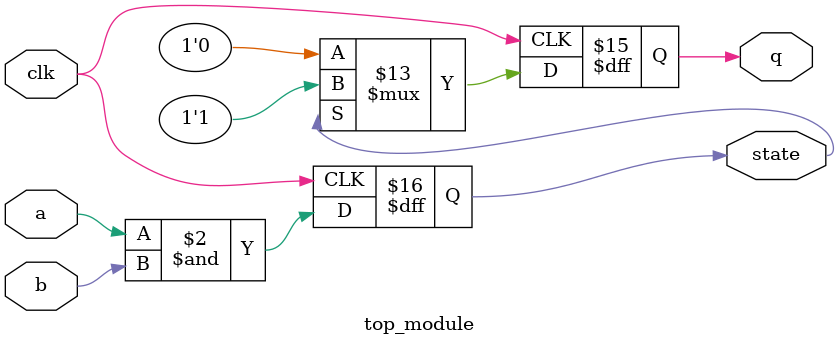
<source format=sv>
module top_module (
	input clk,
	input a,
	input b,
	output q,
	output state
);

reg q;
reg state;

always @(posedge clk) begin
	state <= a & b;
	if (state == 2'b00) begin
		q <= 1'b0;
	end else if (state == 2'b01) begin
		q <= 1'b1;
	end else if (state == 2'b10) begin
		q <= 1'b0;
	end else begin
		q <= 1'b1;
	end
end
endmodule

</source>
